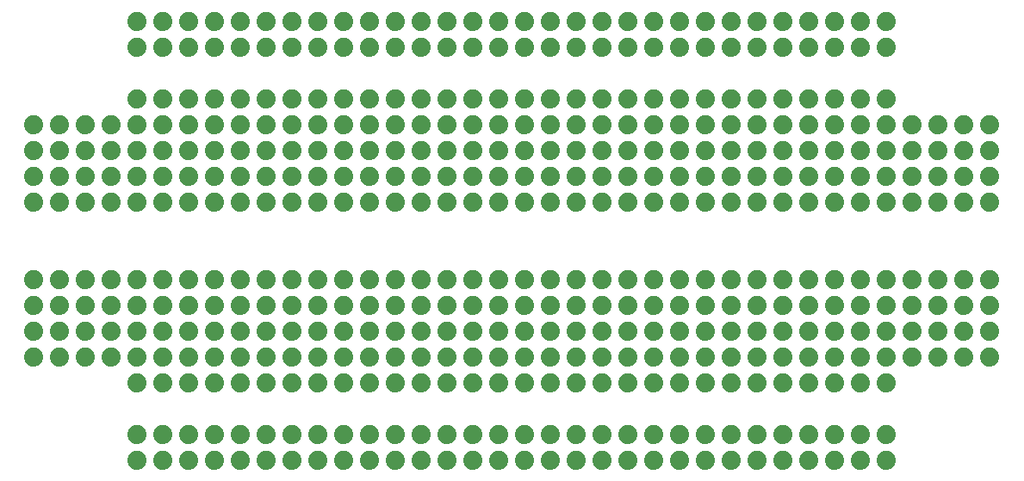
<source format=gbr>
G04 EAGLE Gerber RS-274X export*
G75*
%MOMM*%
%FSLAX34Y34*%
%LPD*%
%INTop Copper*%
%IPPOS*%
%AMOC8*
5,1,8,0,0,1.08239X$1,22.5*%
G01*
%ADD10C,1.879600*%


D10*
X279400Y50800D03*
X304800Y50800D03*
X330200Y50800D03*
X355600Y50800D03*
X381000Y50800D03*
X228600Y279400D03*
X228600Y304800D03*
X228600Y330200D03*
X228600Y355600D03*
X228600Y381000D03*
X254000Y279400D03*
X254000Y304800D03*
X254000Y330200D03*
X254000Y355600D03*
X254000Y381000D03*
X279400Y279400D03*
X279400Y304800D03*
X279400Y330200D03*
X279400Y355600D03*
X279400Y381000D03*
X304800Y279400D03*
X304800Y304800D03*
X304800Y330200D03*
X304800Y355600D03*
X304800Y381000D03*
X330200Y279400D03*
X330200Y304800D03*
X330200Y330200D03*
X330200Y355600D03*
X330200Y381000D03*
X355600Y279400D03*
X355600Y304800D03*
X355600Y330200D03*
X355600Y355600D03*
X355600Y381000D03*
X381000Y279400D03*
X381000Y304800D03*
X381000Y330200D03*
X381000Y355600D03*
X381000Y381000D03*
X406400Y279400D03*
X406400Y304800D03*
X406400Y330200D03*
X406400Y355600D03*
X406400Y381000D03*
X431800Y279400D03*
X431800Y304800D03*
X431800Y330200D03*
X431800Y355600D03*
X431800Y381000D03*
X457200Y279400D03*
X457200Y304800D03*
X457200Y330200D03*
X457200Y355600D03*
X457200Y381000D03*
X406400Y50800D03*
X431800Y50800D03*
X457200Y50800D03*
X482600Y50800D03*
X508000Y50800D03*
X482600Y279400D03*
X482600Y304800D03*
X482600Y330200D03*
X482600Y355600D03*
X482600Y381000D03*
X508000Y279400D03*
X508000Y304800D03*
X508000Y330200D03*
X508000Y355600D03*
X508000Y381000D03*
X533400Y279400D03*
X533400Y304800D03*
X533400Y330200D03*
X533400Y355600D03*
X533400Y381000D03*
X558800Y279400D03*
X558800Y304800D03*
X558800Y330200D03*
X558800Y355600D03*
X558800Y381000D03*
X584200Y279400D03*
X584200Y304800D03*
X584200Y330200D03*
X584200Y355600D03*
X584200Y381000D03*
X609600Y279400D03*
X609600Y304800D03*
X609600Y330200D03*
X609600Y355600D03*
X609600Y381000D03*
X635000Y279400D03*
X635000Y304800D03*
X635000Y330200D03*
X635000Y355600D03*
X635000Y381000D03*
X533400Y50800D03*
X558800Y50800D03*
X584200Y50800D03*
X609600Y50800D03*
X635000Y50800D03*
X660400Y50800D03*
X685800Y50800D03*
X711200Y50800D03*
X736600Y50800D03*
X762000Y50800D03*
X152400Y431800D03*
X177800Y431800D03*
X203200Y431800D03*
X228600Y431800D03*
X254000Y431800D03*
X279400Y431800D03*
X304800Y431800D03*
X330200Y431800D03*
X355600Y431800D03*
X381000Y431800D03*
X406400Y431800D03*
X431800Y431800D03*
X457200Y431800D03*
X482600Y431800D03*
X508000Y431800D03*
X533400Y431800D03*
X558800Y431800D03*
X584200Y431800D03*
X609600Y431800D03*
X635000Y431800D03*
X152400Y25400D03*
X177800Y25400D03*
X203200Y25400D03*
X228600Y25400D03*
X254000Y25400D03*
X660400Y431800D03*
X685800Y431800D03*
X711200Y431800D03*
X736600Y431800D03*
X762000Y431800D03*
X152400Y457200D03*
X177800Y457200D03*
X203200Y457200D03*
X228600Y457200D03*
X254000Y457200D03*
X279400Y457200D03*
X304800Y457200D03*
X330200Y457200D03*
X355600Y457200D03*
X381000Y457200D03*
X406400Y457200D03*
X431800Y457200D03*
X457200Y457200D03*
X482600Y457200D03*
X508000Y457200D03*
X533400Y457200D03*
X558800Y457200D03*
X584200Y457200D03*
X609600Y457200D03*
X635000Y457200D03*
X660400Y457200D03*
X685800Y457200D03*
X711200Y457200D03*
X736600Y457200D03*
X762000Y457200D03*
X279400Y25400D03*
X304800Y25400D03*
X330200Y25400D03*
X355600Y25400D03*
X381000Y25400D03*
X406400Y25400D03*
X431800Y25400D03*
X457200Y25400D03*
X482600Y25400D03*
X508000Y25400D03*
X533400Y25400D03*
X558800Y25400D03*
X584200Y25400D03*
X609600Y25400D03*
X635000Y25400D03*
X660400Y25400D03*
X685800Y25400D03*
X711200Y25400D03*
X736600Y25400D03*
X762000Y25400D03*
X127000Y101600D03*
X127000Y127000D03*
X127000Y152400D03*
X127000Y177800D03*
X127000Y203200D03*
X152400Y101600D03*
X152400Y127000D03*
X152400Y152400D03*
X152400Y177800D03*
X152400Y203200D03*
X177800Y101600D03*
X177800Y127000D03*
X177800Y152400D03*
X177800Y177800D03*
X177800Y203200D03*
X203200Y101600D03*
X203200Y127000D03*
X203200Y152400D03*
X203200Y177800D03*
X203200Y203200D03*
X228600Y101600D03*
X228600Y127000D03*
X228600Y152400D03*
X228600Y177800D03*
X228600Y203200D03*
X254000Y101600D03*
X254000Y127000D03*
X254000Y152400D03*
X254000Y177800D03*
X254000Y203200D03*
X279400Y101600D03*
X279400Y127000D03*
X279400Y152400D03*
X279400Y177800D03*
X279400Y203200D03*
X304800Y101600D03*
X304800Y127000D03*
X304800Y152400D03*
X304800Y177800D03*
X304800Y203200D03*
X330200Y101600D03*
X330200Y127000D03*
X330200Y152400D03*
X330200Y177800D03*
X330200Y203200D03*
X355600Y101600D03*
X355600Y127000D03*
X355600Y152400D03*
X355600Y177800D03*
X355600Y203200D03*
X381000Y101600D03*
X381000Y127000D03*
X381000Y152400D03*
X381000Y177800D03*
X381000Y203200D03*
X406400Y101600D03*
X406400Y127000D03*
X406400Y152400D03*
X406400Y177800D03*
X406400Y203200D03*
X431800Y101600D03*
X431800Y127000D03*
X431800Y152400D03*
X431800Y177800D03*
X431800Y203200D03*
X457200Y101600D03*
X457200Y127000D03*
X457200Y152400D03*
X457200Y177800D03*
X457200Y203200D03*
X482600Y101600D03*
X482600Y127000D03*
X482600Y152400D03*
X482600Y177800D03*
X482600Y203200D03*
X508000Y101600D03*
X508000Y127000D03*
X508000Y152400D03*
X508000Y177800D03*
X508000Y203200D03*
X533400Y101600D03*
X533400Y127000D03*
X533400Y152400D03*
X533400Y177800D03*
X533400Y203200D03*
X558800Y101600D03*
X558800Y127000D03*
X558800Y152400D03*
X558800Y177800D03*
X558800Y203200D03*
X584200Y101600D03*
X584200Y127000D03*
X584200Y152400D03*
X584200Y177800D03*
X584200Y203200D03*
X609600Y101600D03*
X609600Y127000D03*
X609600Y152400D03*
X609600Y177800D03*
X609600Y203200D03*
X635000Y101600D03*
X635000Y127000D03*
X635000Y152400D03*
X635000Y177800D03*
X635000Y203200D03*
X660400Y101600D03*
X660400Y127000D03*
X660400Y152400D03*
X660400Y177800D03*
X660400Y203200D03*
X685800Y101600D03*
X685800Y127000D03*
X685800Y152400D03*
X685800Y177800D03*
X685800Y203200D03*
X711200Y101600D03*
X711200Y127000D03*
X711200Y152400D03*
X711200Y177800D03*
X711200Y203200D03*
X736600Y101600D03*
X736600Y127000D03*
X736600Y152400D03*
X736600Y177800D03*
X736600Y203200D03*
X762000Y101600D03*
X762000Y127000D03*
X762000Y152400D03*
X762000Y177800D03*
X762000Y203200D03*
X787400Y101600D03*
X787400Y127000D03*
X787400Y152400D03*
X787400Y177800D03*
X787400Y203200D03*
X152400Y50800D03*
X177800Y50800D03*
X203200Y50800D03*
X228600Y50800D03*
X254000Y50800D03*
X127000Y279400D03*
X127000Y304800D03*
X127000Y330200D03*
X127000Y355600D03*
X127000Y381000D03*
X152400Y279400D03*
X152400Y304800D03*
X152400Y330200D03*
X152400Y355600D03*
X152400Y381000D03*
X177800Y279400D03*
X177800Y304800D03*
X177800Y330200D03*
X177800Y355600D03*
X177800Y381000D03*
X203200Y279400D03*
X203200Y304800D03*
X203200Y330200D03*
X203200Y355600D03*
X203200Y381000D03*
X660400Y279400D03*
X660400Y304800D03*
X660400Y330200D03*
X660400Y355600D03*
X660400Y381000D03*
X685800Y279400D03*
X685800Y304800D03*
X685800Y330200D03*
X685800Y355600D03*
X685800Y381000D03*
X711200Y279400D03*
X711200Y304800D03*
X711200Y330200D03*
X711200Y355600D03*
X711200Y381000D03*
X736600Y279400D03*
X736600Y304800D03*
X736600Y330200D03*
X736600Y355600D03*
X736600Y381000D03*
X762000Y279400D03*
X762000Y304800D03*
X762000Y330200D03*
X762000Y355600D03*
X762000Y381000D03*
X787400Y279400D03*
X787400Y304800D03*
X787400Y330200D03*
X787400Y355600D03*
X787400Y381000D03*
X787400Y431800D03*
X787400Y457200D03*
X889000Y279400D03*
X889000Y304800D03*
X889000Y330200D03*
X889000Y355600D03*
X914400Y279400D03*
X914400Y304800D03*
X914400Y330200D03*
X914400Y355600D03*
X939800Y279400D03*
X939800Y304800D03*
X939800Y330200D03*
X939800Y355600D03*
X965200Y279400D03*
X965200Y304800D03*
X965200Y330200D03*
X965200Y355600D03*
X787400Y25400D03*
X787400Y50800D03*
X889000Y127000D03*
X889000Y152400D03*
X889000Y177800D03*
X889000Y203200D03*
X914400Y127000D03*
X914400Y152400D03*
X914400Y177800D03*
X914400Y203200D03*
X939800Y127000D03*
X939800Y152400D03*
X939800Y177800D03*
X939800Y203200D03*
X965200Y127000D03*
X965200Y152400D03*
X965200Y177800D03*
X965200Y203200D03*
X127000Y431800D03*
X127000Y457200D03*
X25400Y279400D03*
X25400Y304800D03*
X25400Y330200D03*
X25400Y355600D03*
X50800Y279400D03*
X50800Y304800D03*
X50800Y330200D03*
X50800Y355600D03*
X76200Y279400D03*
X76200Y304800D03*
X76200Y330200D03*
X76200Y355600D03*
X101600Y279400D03*
X101600Y304800D03*
X101600Y330200D03*
X101600Y355600D03*
X127000Y25400D03*
X127000Y50800D03*
X25400Y127000D03*
X25400Y152400D03*
X25400Y177800D03*
X25400Y203200D03*
X50800Y127000D03*
X50800Y152400D03*
X50800Y177800D03*
X50800Y203200D03*
X76200Y127000D03*
X76200Y152400D03*
X76200Y177800D03*
X76200Y203200D03*
X101600Y127000D03*
X101600Y152400D03*
X101600Y177800D03*
X101600Y203200D03*
X812800Y101600D03*
X812800Y127000D03*
X812800Y152400D03*
X812800Y177800D03*
X812800Y203200D03*
X838200Y101600D03*
X838200Y127000D03*
X838200Y152400D03*
X838200Y177800D03*
X838200Y203200D03*
X863600Y101600D03*
X863600Y127000D03*
X863600Y152400D03*
X863600Y177800D03*
X863600Y203200D03*
X812800Y279400D03*
X812800Y304800D03*
X812800Y330200D03*
X812800Y355600D03*
X812800Y381000D03*
X838200Y279400D03*
X838200Y304800D03*
X838200Y330200D03*
X838200Y355600D03*
X838200Y381000D03*
X863600Y279400D03*
X863600Y304800D03*
X863600Y330200D03*
X863600Y355600D03*
X863600Y381000D03*
X812800Y50800D03*
X838200Y50800D03*
X863600Y50800D03*
X812800Y25400D03*
X838200Y25400D03*
X863600Y25400D03*
X812800Y457200D03*
X838200Y457200D03*
X863600Y457200D03*
X812800Y431800D03*
X838200Y431800D03*
X863600Y431800D03*
M02*

</source>
